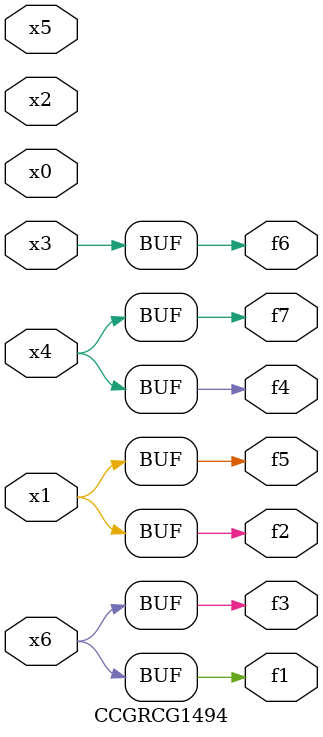
<source format=v>
module CCGRCG1494(
	input x0, x1, x2, x3, x4, x5, x6,
	output f1, f2, f3, f4, f5, f6, f7
);
	assign f1 = x6;
	assign f2 = x1;
	assign f3 = x6;
	assign f4 = x4;
	assign f5 = x1;
	assign f6 = x3;
	assign f7 = x4;
endmodule

</source>
